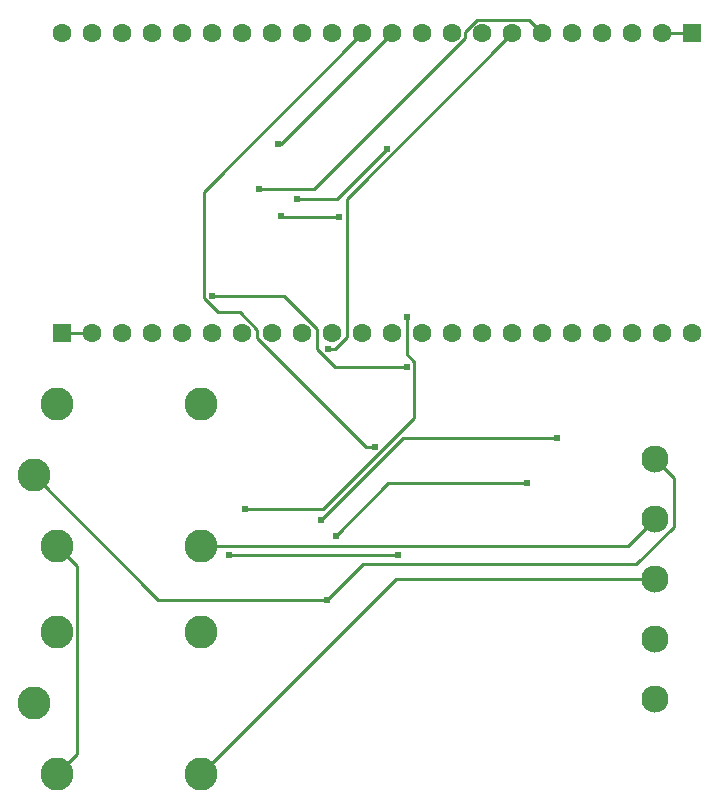
<source format=gbl>
G04 Layer: BottomLayer*
G04 EasyEDA v6.5.40, 2024-08-12 13:02:19*
G04 6ed52e104c50462789560134f86f8d0d,8913b61fcc3f40a88925c8db200aa785,10*
G04 Gerber Generator version 0.2*
G04 Scale: 100 percent, Rotated: No, Reflected: No *
G04 Dimensions in millimeters *
G04 leading zeros omitted , absolute positions ,4 integer and 5 decimal *
%FSLAX45Y45*%
%MOMM*%

%ADD10C,0.2540*%
%ADD11C,2.3000*%
%ADD12C,2.7940*%
%ADD13R,1.6000X1.6000*%
%ADD14C,1.6000*%
%ADD15C,0.6100*%

%LPD*%
D10*
X5371795Y4674107D02*
G01*
X5977458Y4674107D01*
X6261100Y4390466D01*
X6261100Y4223918D01*
X6412382Y4072636D01*
X7018756Y4072636D01*
X5768213Y5576315D02*
G01*
X6237909Y5576315D01*
X7512202Y6850608D01*
X7512202Y6906310D01*
X7610093Y7004202D01*
X8057997Y7004202D01*
X8166100Y6896100D01*
X9118600Y2781300D02*
G01*
X8888958Y2551658D01*
X5279999Y2551658D01*
X5279999Y621258D02*
G01*
X6932040Y2273300D01*
X9118600Y2273300D01*
X8038922Y3088462D02*
G01*
X6863334Y3088462D01*
X6416725Y2641854D01*
X6642100Y6896100D02*
G01*
X5299811Y5553811D01*
X5299811Y4652924D01*
X5417870Y4534865D01*
X5604078Y4534865D01*
X5753100Y4385843D01*
X5753100Y4314621D01*
X6673722Y3393998D01*
X6752691Y3393998D01*
X7912100Y6896100D02*
G01*
X6511239Y5495239D01*
X6511239Y4321555D01*
X6412839Y4223156D01*
X6353759Y4223156D01*
X9182100Y6896100D02*
G01*
X9436100Y6896100D01*
X5953379Y5344109D02*
G01*
X5956096Y5341391D01*
X6443776Y5341391D01*
X9118600Y3289300D02*
G01*
X9278188Y3129711D01*
X9278188Y2713786D01*
X8962364Y2397963D01*
X6645833Y2397963D01*
X6345199Y2097328D01*
X6345199Y2097328D02*
G01*
X4914265Y2097328D01*
X3859987Y3151606D01*
X4356100Y4356100D02*
G01*
X4102100Y4356100D01*
X4059986Y2551607D02*
G01*
X4227779Y2383815D01*
X4227779Y789000D01*
X4059986Y621207D01*
X6086347Y5494781D02*
G01*
X6427952Y5494781D01*
X6850176Y5917006D01*
X6289725Y2774340D02*
G01*
X6986549Y3471163D01*
X8293125Y3471163D01*
X5646369Y2869692D02*
G01*
X6312408Y2869692D01*
X7082663Y3639946D01*
X7082663Y4110888D01*
X7017765Y4175785D01*
X7017765Y4487951D01*
X6896100Y6896100D02*
G01*
X5958128Y5958128D01*
X5930900Y5958128D01*
X6945985Y2478786D02*
G01*
X5512790Y2478786D01*
D11*
G01*
X9118600Y1257300D03*
G01*
X9118600Y1765300D03*
G01*
X9118600Y2273300D03*
G01*
X9118600Y2781300D03*
G01*
X9118600Y3289300D03*
D12*
G01*
X5279999Y621258D03*
G01*
X3859987Y1221206D03*
G01*
X4059986Y1821205D03*
G01*
X4059986Y621207D03*
G01*
X5279999Y1821154D03*
G01*
X5279999Y2551658D03*
G01*
X3859987Y3151606D03*
G01*
X4059986Y3751605D03*
G01*
X4059986Y2551607D03*
G01*
X5279999Y3751554D03*
D13*
G01*
X4102100Y4356100D03*
D14*
G01*
X4356100Y4356100D03*
G01*
X4610100Y4356100D03*
G01*
X4864100Y4356100D03*
G01*
X5118100Y4356100D03*
G01*
X5372100Y4356100D03*
G01*
X5626100Y4356100D03*
G01*
X5880100Y4356100D03*
G01*
X6134100Y4356100D03*
G01*
X6388100Y4356100D03*
G01*
X6642100Y4356100D03*
G01*
X6896100Y4356100D03*
G01*
X7150100Y4356100D03*
G01*
X7404100Y4356100D03*
G01*
X7658100Y4356100D03*
G01*
X7912100Y4356100D03*
G01*
X8166100Y4356100D03*
G01*
X8420100Y4356100D03*
G01*
X8674100Y4356100D03*
G01*
X8928100Y4356100D03*
G01*
X9182100Y4356100D03*
G01*
X9436100Y4356100D03*
D13*
G01*
X9436100Y6896074D03*
D14*
G01*
X9182100Y6896100D03*
G01*
X8928100Y6896100D03*
G01*
X8674100Y6896100D03*
G01*
X8420100Y6896100D03*
G01*
X8166100Y6896100D03*
G01*
X7912100Y6896100D03*
G01*
X7658100Y6896100D03*
G01*
X7404100Y6896100D03*
G01*
X7150100Y6896100D03*
G01*
X6896100Y6896100D03*
G01*
X6642100Y6896100D03*
G01*
X6388100Y6896100D03*
G01*
X6134100Y6896100D03*
G01*
X5880100Y6896100D03*
G01*
X5626100Y6896100D03*
G01*
X5372100Y6896100D03*
G01*
X5118100Y6896100D03*
G01*
X4864100Y6896100D03*
G01*
X4610100Y6896100D03*
G01*
X4356100Y6896100D03*
G01*
X4102100Y6896100D03*
D15*
G01*
X6945985Y2478786D03*
G01*
X5512790Y2478786D03*
G01*
X5930900Y5958128D03*
G01*
X7017765Y4487951D03*
G01*
X5646369Y2869692D03*
G01*
X6289725Y2774340D03*
G01*
X8293125Y3471163D03*
G01*
X6850176Y5917006D03*
G01*
X6086347Y5494781D03*
G01*
X6345199Y2097328D03*
G01*
X5953379Y5344109D03*
G01*
X6443776Y5341391D03*
G01*
X6353759Y4223156D03*
G01*
X6752691Y3393998D03*
G01*
X8038922Y3088462D03*
G01*
X6416725Y2641854D03*
G01*
X5768213Y5576315D03*
G01*
X5371795Y4674107D03*
G01*
X7018756Y4072636D03*
M02*

</source>
